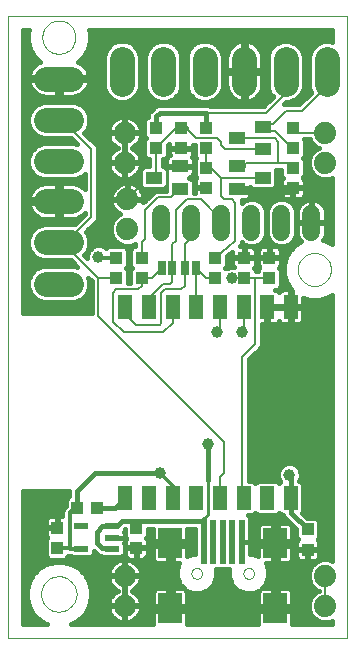
<source format=gtl>
G75*
%MOIN*%
%OFA0B0*%
%FSLAX24Y24*%
%IPPOS*%
%LPD*%
%AMOC8*
5,1,8,0,0,1.08239X$1,22.5*
%
%ADD10C,0.0000*%
%ADD11R,0.0551X0.0394*%
%ADD12R,0.0433X0.0394*%
%ADD13C,0.0840*%
%ADD14R,0.0394X0.0433*%
%ADD15R,0.0472X0.0787*%
%ADD16C,0.0600*%
%ADD17C,0.0740*%
%ADD18R,0.0250X0.0500*%
%ADD19R,0.0472X0.0217*%
%ADD20R,0.0197X0.1496*%
%ADD21R,0.0787X0.0984*%
%ADD22C,0.0160*%
%ADD23C,0.0100*%
%ADD24C,0.0080*%
%ADD25C,0.0357*%
%ADD26C,0.0120*%
%ADD27C,0.0396*%
D10*
X000180Y000380D02*
X011460Y000380D01*
X011460Y021140D01*
X000180Y021140D01*
X000180Y000380D01*
X001269Y001863D02*
X001271Y001911D01*
X001277Y001959D01*
X001287Y002006D01*
X001300Y002052D01*
X001318Y002097D01*
X001338Y002141D01*
X001363Y002183D01*
X001391Y002222D01*
X001421Y002259D01*
X001455Y002293D01*
X001492Y002325D01*
X001530Y002354D01*
X001571Y002379D01*
X001614Y002401D01*
X001659Y002419D01*
X001705Y002433D01*
X001752Y002444D01*
X001800Y002451D01*
X001848Y002454D01*
X001896Y002453D01*
X001944Y002448D01*
X001992Y002439D01*
X002038Y002427D01*
X002083Y002410D01*
X002127Y002390D01*
X002169Y002367D01*
X002209Y002340D01*
X002247Y002310D01*
X002282Y002277D01*
X002314Y002241D01*
X002344Y002203D01*
X002370Y002162D01*
X002392Y002119D01*
X002412Y002075D01*
X002427Y002030D01*
X002439Y001983D01*
X002447Y001935D01*
X002451Y001887D01*
X002451Y001839D01*
X002447Y001791D01*
X002439Y001743D01*
X002427Y001696D01*
X002412Y001651D01*
X002392Y001607D01*
X002370Y001564D01*
X002344Y001523D01*
X002314Y001485D01*
X002282Y001449D01*
X002247Y001416D01*
X002209Y001386D01*
X002169Y001359D01*
X002127Y001336D01*
X002083Y001316D01*
X002038Y001299D01*
X001992Y001287D01*
X001944Y001278D01*
X001896Y001273D01*
X001848Y001272D01*
X001800Y001275D01*
X001752Y001282D01*
X001705Y001293D01*
X001659Y001307D01*
X001614Y001325D01*
X001571Y001347D01*
X001530Y001372D01*
X001492Y001401D01*
X001455Y001433D01*
X001421Y001467D01*
X001391Y001504D01*
X001363Y001543D01*
X001338Y001585D01*
X001318Y001629D01*
X001300Y001674D01*
X001287Y001720D01*
X001277Y001767D01*
X001271Y001815D01*
X001269Y001863D01*
X006277Y002547D02*
X006279Y002573D01*
X006285Y002599D01*
X006295Y002624D01*
X006308Y002647D01*
X006324Y002667D01*
X006344Y002685D01*
X006366Y002700D01*
X006389Y002712D01*
X006415Y002720D01*
X006441Y002724D01*
X006467Y002724D01*
X006493Y002720D01*
X006519Y002712D01*
X006543Y002700D01*
X006564Y002685D01*
X006584Y002667D01*
X006600Y002647D01*
X006613Y002624D01*
X006623Y002599D01*
X006629Y002573D01*
X006631Y002547D01*
X006629Y002521D01*
X006623Y002495D01*
X006613Y002470D01*
X006600Y002447D01*
X006584Y002427D01*
X006564Y002409D01*
X006542Y002394D01*
X006519Y002382D01*
X006493Y002374D01*
X006467Y002370D01*
X006441Y002370D01*
X006415Y002374D01*
X006389Y002382D01*
X006365Y002394D01*
X006344Y002409D01*
X006324Y002427D01*
X006308Y002447D01*
X006295Y002470D01*
X006285Y002495D01*
X006279Y002521D01*
X006277Y002547D01*
X008009Y002547D02*
X008011Y002573D01*
X008017Y002599D01*
X008027Y002624D01*
X008040Y002647D01*
X008056Y002667D01*
X008076Y002685D01*
X008098Y002700D01*
X008121Y002712D01*
X008147Y002720D01*
X008173Y002724D01*
X008199Y002724D01*
X008225Y002720D01*
X008251Y002712D01*
X008275Y002700D01*
X008296Y002685D01*
X008316Y002667D01*
X008332Y002647D01*
X008345Y002624D01*
X008355Y002599D01*
X008361Y002573D01*
X008363Y002547D01*
X008361Y002521D01*
X008355Y002495D01*
X008345Y002470D01*
X008332Y002447D01*
X008316Y002427D01*
X008296Y002409D01*
X008274Y002394D01*
X008251Y002382D01*
X008225Y002374D01*
X008199Y002370D01*
X008173Y002370D01*
X008147Y002374D01*
X008121Y002382D01*
X008097Y002394D01*
X008076Y002409D01*
X008056Y002427D01*
X008040Y002447D01*
X008027Y002470D01*
X008017Y002495D01*
X008011Y002521D01*
X008009Y002547D01*
X009829Y012680D02*
X009831Y012727D01*
X009837Y012773D01*
X009847Y012819D01*
X009860Y012864D01*
X009878Y012907D01*
X009899Y012949D01*
X009923Y012989D01*
X009951Y013026D01*
X009982Y013061D01*
X010016Y013094D01*
X010052Y013123D01*
X010091Y013149D01*
X010132Y013172D01*
X010175Y013191D01*
X010219Y013207D01*
X010264Y013219D01*
X010310Y013227D01*
X010357Y013231D01*
X010403Y013231D01*
X010450Y013227D01*
X010496Y013219D01*
X010541Y013207D01*
X010585Y013191D01*
X010628Y013172D01*
X010669Y013149D01*
X010708Y013123D01*
X010744Y013094D01*
X010778Y013061D01*
X010809Y013026D01*
X010837Y012989D01*
X010861Y012949D01*
X010882Y012907D01*
X010900Y012864D01*
X010913Y012819D01*
X010923Y012773D01*
X010929Y012727D01*
X010931Y012680D01*
X010929Y012633D01*
X010923Y012587D01*
X010913Y012541D01*
X010900Y012496D01*
X010882Y012453D01*
X010861Y012411D01*
X010837Y012371D01*
X010809Y012334D01*
X010778Y012299D01*
X010744Y012266D01*
X010708Y012237D01*
X010669Y012211D01*
X010628Y012188D01*
X010585Y012169D01*
X010541Y012153D01*
X010496Y012141D01*
X010450Y012133D01*
X010403Y012129D01*
X010357Y012129D01*
X010310Y012133D01*
X010264Y012141D01*
X010219Y012153D01*
X010175Y012169D01*
X010132Y012188D01*
X010091Y012211D01*
X010052Y012237D01*
X010016Y012266D01*
X009982Y012299D01*
X009951Y012334D01*
X009923Y012371D01*
X009899Y012411D01*
X009878Y012453D01*
X009860Y012496D01*
X009847Y012541D01*
X009837Y012587D01*
X009831Y012633D01*
X009829Y012680D01*
X001309Y020420D02*
X001311Y020467D01*
X001317Y020513D01*
X001327Y020559D01*
X001340Y020604D01*
X001358Y020647D01*
X001379Y020689D01*
X001403Y020729D01*
X001431Y020766D01*
X001462Y020801D01*
X001496Y020834D01*
X001532Y020863D01*
X001571Y020889D01*
X001612Y020912D01*
X001655Y020931D01*
X001699Y020947D01*
X001744Y020959D01*
X001790Y020967D01*
X001837Y020971D01*
X001883Y020971D01*
X001930Y020967D01*
X001976Y020959D01*
X002021Y020947D01*
X002065Y020931D01*
X002108Y020912D01*
X002149Y020889D01*
X002188Y020863D01*
X002224Y020834D01*
X002258Y020801D01*
X002289Y020766D01*
X002317Y020729D01*
X002341Y020689D01*
X002362Y020647D01*
X002380Y020604D01*
X002393Y020559D01*
X002403Y020513D01*
X002409Y020467D01*
X002411Y020420D01*
X002409Y020373D01*
X002403Y020327D01*
X002393Y020281D01*
X002380Y020236D01*
X002362Y020193D01*
X002341Y020151D01*
X002317Y020111D01*
X002289Y020074D01*
X002258Y020039D01*
X002224Y020006D01*
X002188Y019977D01*
X002149Y019951D01*
X002108Y019928D01*
X002065Y019909D01*
X002021Y019893D01*
X001976Y019881D01*
X001930Y019873D01*
X001883Y019869D01*
X001837Y019869D01*
X001790Y019873D01*
X001744Y019881D01*
X001699Y019893D01*
X001655Y019909D01*
X001612Y019928D01*
X001571Y019951D01*
X001532Y019977D01*
X001496Y020006D01*
X001462Y020039D01*
X001431Y020074D01*
X001403Y020111D01*
X001379Y020151D01*
X001358Y020193D01*
X001340Y020236D01*
X001327Y020281D01*
X001317Y020327D01*
X001311Y020373D01*
X001309Y020420D01*
D11*
X005027Y015740D03*
X005893Y015366D03*
X005893Y016114D03*
X007787Y016114D03*
X007787Y015366D03*
X008653Y015740D03*
X008653Y016686D03*
X008653Y017434D03*
X007787Y017060D03*
D12*
X006780Y016725D03*
X006780Y016075D03*
X006780Y015405D03*
X005940Y016725D03*
X005940Y017395D03*
X006780Y017395D03*
X005100Y017395D03*
X005100Y016725D03*
X004620Y013075D03*
X004620Y012405D03*
X003780Y012405D03*
X003780Y013075D03*
X007080Y013075D03*
X007080Y012405D03*
X008040Y012405D03*
X008040Y013075D03*
X009660Y015405D03*
X009660Y016075D03*
X009660Y016725D03*
X009660Y017395D03*
D13*
X009420Y018860D02*
X009420Y019700D01*
X008042Y019700D02*
X008042Y018860D01*
X006720Y018863D02*
X006720Y019703D01*
X005342Y019703D02*
X005342Y018863D01*
X003964Y018863D02*
X003964Y019703D01*
X002280Y019038D02*
X001440Y019038D01*
X001440Y017660D02*
X002280Y017660D01*
X002280Y016282D02*
X001440Y016282D01*
X001440Y014958D02*
X002280Y014958D01*
X002280Y013580D02*
X001440Y013580D01*
X001440Y012202D02*
X002280Y012202D01*
X010798Y018860D02*
X010798Y019700D01*
D14*
X008880Y013075D03*
X008880Y012405D03*
X004440Y004075D03*
X004440Y003405D03*
X003139Y004714D03*
X002470Y004714D03*
X001800Y004075D03*
X001800Y003405D03*
X010153Y003344D03*
X010153Y004013D03*
D15*
X009593Y005060D03*
X008805Y005060D03*
X008018Y005060D03*
X007230Y005060D03*
X006443Y005060D03*
X005656Y005060D03*
X004868Y005060D03*
X004081Y005060D03*
X004081Y011438D03*
X004868Y011438D03*
X005656Y011438D03*
X006443Y011438D03*
X007230Y011438D03*
X008018Y011438D03*
X008805Y011438D03*
X009593Y011438D03*
D16*
X009280Y013940D02*
X009280Y014540D01*
X008280Y014540D02*
X008280Y013940D01*
X007280Y013940D02*
X007280Y014540D01*
X006280Y014540D02*
X006280Y013940D01*
X005280Y013940D02*
X005280Y014540D01*
X010280Y014540D02*
X010280Y013940D01*
D17*
X010745Y016232D03*
X010745Y017232D03*
X004140Y015020D03*
X004140Y014020D03*
X004052Y016232D03*
X004052Y017232D03*
X004052Y002468D03*
X004052Y001468D03*
X010745Y001468D03*
X010745Y002468D03*
D18*
X006417Y012740D03*
X006063Y012740D03*
X005637Y012740D03*
X005283Y012740D03*
D19*
X003632Y004114D03*
X003632Y003740D03*
X003632Y003366D03*
X002608Y003366D03*
X002608Y004114D03*
D20*
X006690Y003610D03*
X007005Y003610D03*
X007320Y003610D03*
X007635Y003610D03*
X007950Y003610D03*
D21*
X009072Y003551D03*
X009072Y001386D03*
X005568Y001386D03*
X005568Y003551D03*
D22*
X005488Y003550D02*
X004817Y003550D01*
X004817Y003646D02*
X004817Y003424D01*
X004458Y003424D01*
X004458Y003387D01*
X004458Y003009D01*
X004661Y003009D01*
X004706Y003021D01*
X004747Y003045D01*
X004781Y003078D01*
X004805Y003119D01*
X004817Y003165D01*
X004817Y003387D01*
X004458Y003387D01*
X004422Y003387D01*
X004422Y003009D01*
X004219Y003009D01*
X004174Y003021D01*
X004133Y003045D01*
X004099Y003078D01*
X004075Y003119D01*
X004063Y003165D01*
X004063Y003387D01*
X004422Y003387D01*
X004422Y003424D01*
X004063Y003424D01*
X004063Y003646D01*
X004075Y003691D01*
X004099Y003732D01*
X004107Y003740D01*
X004063Y003784D01*
X004063Y004015D01*
X004048Y004000D01*
X004048Y003931D01*
X004035Y003918D01*
X004036Y003918D01*
X004048Y003872D01*
X004048Y003740D01*
X003632Y003740D01*
X003632Y003740D01*
X004048Y003740D01*
X004048Y003608D01*
X004036Y003562D01*
X004035Y003562D01*
X004048Y003549D01*
X004048Y003183D01*
X003943Y003078D01*
X003321Y003078D01*
X003279Y003120D01*
X003248Y003120D01*
X003153Y003160D01*
X003024Y003288D01*
X003024Y003183D01*
X002919Y003078D01*
X002297Y003078D01*
X002249Y003126D01*
X002186Y003126D01*
X002177Y003130D01*
X002177Y003114D01*
X002071Y003009D01*
X001529Y003009D01*
X001423Y003114D01*
X001423Y003696D01*
X001467Y003740D01*
X001459Y003748D01*
X001435Y003789D01*
X001423Y003834D01*
X001423Y004056D01*
X001782Y004056D01*
X001782Y004093D01*
X001782Y004471D01*
X001579Y004471D01*
X001534Y004459D01*
X001493Y004435D01*
X001459Y004402D01*
X001435Y004361D01*
X001423Y004315D01*
X001423Y004093D01*
X001782Y004093D01*
X001818Y004093D01*
X001818Y004471D01*
X001980Y004471D01*
X001980Y004628D01*
X002017Y004716D01*
X002084Y004783D01*
X002093Y004793D01*
X002093Y005005D01*
X002199Y005111D01*
X002200Y005111D01*
X002200Y005300D01*
X000660Y005300D01*
X000660Y000860D01*
X001465Y000860D01*
X001447Y000865D01*
X001203Y001006D01*
X001003Y001205D01*
X000862Y001449D01*
X000789Y001722D01*
X000789Y002003D01*
X000862Y002276D01*
X001003Y002520D01*
X001203Y002719D01*
X001447Y002860D01*
X001719Y002933D01*
X002001Y002933D01*
X002273Y002860D01*
X002517Y002719D01*
X002717Y002520D01*
X002858Y002276D01*
X002931Y002003D01*
X002931Y001722D01*
X002858Y001449D01*
X002717Y001205D01*
X002517Y001006D01*
X002273Y000865D01*
X002255Y000860D01*
X004997Y000860D01*
X004994Y000870D01*
X004994Y001306D01*
X005488Y001306D01*
X005488Y001466D01*
X005488Y002058D01*
X005151Y002058D01*
X005105Y002046D01*
X005064Y002022D01*
X005030Y001988D01*
X005007Y001947D01*
X004994Y001902D01*
X004994Y001466D01*
X005488Y001466D01*
X005648Y001466D01*
X005648Y002058D01*
X005985Y002058D01*
X006024Y002048D01*
X005897Y002175D01*
X005797Y002417D01*
X005797Y002678D01*
X005880Y002879D01*
X005648Y002879D01*
X005648Y003471D01*
X005488Y003471D01*
X005488Y002879D01*
X005151Y002879D01*
X005105Y002891D01*
X005064Y002915D01*
X005030Y002949D01*
X005007Y002990D01*
X004994Y003035D01*
X004994Y003471D01*
X005488Y003471D01*
X005488Y003631D01*
X004994Y003631D01*
X004994Y004020D01*
X004817Y004020D01*
X004817Y003784D01*
X004773Y003740D01*
X004781Y003732D01*
X004805Y003691D01*
X004817Y003646D01*
X004795Y003709D02*
X004994Y003709D01*
X004994Y003867D02*
X004817Y003867D01*
X004994Y003392D02*
X004458Y003392D01*
X004422Y003392D02*
X004048Y003392D01*
X004047Y003550D02*
X004063Y003550D01*
X004048Y003709D02*
X004085Y003709D01*
X004063Y003867D02*
X004048Y003867D01*
X003794Y004114D02*
X003960Y004280D01*
X004380Y004280D01*
X006690Y004280D01*
X006690Y004370D01*
X006412Y004020D02*
X006412Y003204D01*
X006323Y003204D01*
X006142Y003129D01*
X006142Y003471D01*
X005648Y003471D01*
X005648Y003631D01*
X006142Y003631D01*
X006142Y004020D01*
X006412Y004020D01*
X006412Y003867D02*
X006142Y003867D01*
X006142Y003709D02*
X006412Y003709D01*
X006412Y003550D02*
X005648Y003550D01*
X005648Y003392D02*
X005488Y003392D01*
X005488Y003233D02*
X005648Y003233D01*
X005648Y003075D02*
X005488Y003075D01*
X005488Y002916D02*
X005648Y002916D01*
X005797Y002599D02*
X004588Y002599D01*
X004588Y002597D02*
X004562Y002679D01*
X004522Y002756D01*
X004471Y002826D01*
X004410Y002887D01*
X004340Y002938D01*
X004263Y002978D01*
X004181Y003004D01*
X004095Y003018D01*
X004072Y003018D01*
X004072Y002488D01*
X004602Y002488D01*
X004602Y002511D01*
X004588Y002597D01*
X004602Y002448D02*
X004072Y002448D01*
X004072Y002488D01*
X004032Y002488D01*
X004032Y003018D01*
X004009Y003018D01*
X003923Y003004D01*
X003841Y002978D01*
X003764Y002938D01*
X003694Y002887D01*
X003632Y002826D01*
X003581Y002756D01*
X003542Y002679D01*
X003515Y002597D01*
X003502Y002511D01*
X003502Y002488D01*
X004032Y002488D01*
X004032Y002448D01*
X004072Y002448D01*
X004072Y001918D01*
X004072Y001488D01*
X004602Y001488D01*
X004602Y001511D01*
X004588Y001597D01*
X004562Y001679D01*
X004522Y001756D01*
X004471Y001826D01*
X004410Y001887D01*
X004340Y001938D01*
X004282Y001968D01*
X004340Y001997D01*
X004410Y002048D01*
X004471Y002110D01*
X004522Y002180D01*
X004562Y002257D01*
X004588Y002339D01*
X004602Y002425D01*
X004602Y002448D01*
X004602Y002441D02*
X005797Y002441D01*
X005852Y002282D02*
X004570Y002282D01*
X004481Y002124D02*
X005948Y002124D01*
X006112Y001977D02*
X006323Y001890D01*
X006585Y001890D01*
X006826Y001990D01*
X007011Y002175D01*
X007111Y002417D01*
X007111Y002678D01*
X007109Y002682D01*
X007531Y002682D01*
X007529Y002678D01*
X007529Y002417D01*
X007629Y002175D01*
X007814Y001990D01*
X008055Y001890D01*
X008317Y001890D01*
X008528Y001977D01*
X008511Y001947D01*
X008498Y001902D01*
X008498Y001466D01*
X008992Y001466D01*
X008992Y002058D01*
X008655Y002058D01*
X008616Y002048D01*
X008743Y002175D01*
X008843Y002417D01*
X008843Y002678D01*
X008760Y002879D01*
X008992Y002879D01*
X008992Y003471D01*
X009152Y003471D01*
X009152Y002879D01*
X009489Y002879D01*
X009535Y002891D01*
X009576Y002915D01*
X009610Y002949D01*
X009633Y002990D01*
X009646Y003035D01*
X009646Y003471D01*
X009152Y003471D01*
X009152Y003631D01*
X009646Y003631D01*
X009646Y004067D01*
X009633Y004113D01*
X009610Y004154D01*
X009576Y004187D01*
X009535Y004211D01*
X009489Y004223D01*
X009152Y004223D01*
X009152Y003631D01*
X008992Y003631D01*
X008992Y003471D01*
X008498Y003471D01*
X008498Y003129D01*
X008317Y003204D01*
X008228Y003204D01*
X008228Y003610D01*
X007950Y003610D01*
X007950Y003610D01*
X008228Y003610D01*
X008228Y004382D01*
X008216Y004428D01*
X008192Y004469D01*
X008175Y004486D01*
X008329Y004486D01*
X008411Y004569D01*
X008494Y004486D01*
X009116Y004486D01*
X009199Y004569D01*
X009282Y004486D01*
X009347Y004486D01*
X009372Y004426D01*
X009776Y004022D01*
X009776Y003722D01*
X009820Y003678D01*
X009812Y003671D01*
X009788Y003630D01*
X009776Y003584D01*
X009776Y003362D01*
X010134Y003362D01*
X010134Y003325D01*
X009776Y003325D01*
X009776Y003104D01*
X009788Y003058D01*
X009812Y003017D01*
X009846Y002983D01*
X009887Y002960D01*
X009932Y002947D01*
X010134Y002947D01*
X010134Y003325D01*
X010171Y003325D01*
X010171Y002947D01*
X010373Y002947D01*
X010419Y002960D01*
X010460Y002983D01*
X010494Y003017D01*
X010517Y003058D01*
X010530Y003104D01*
X010530Y003325D01*
X010171Y003325D01*
X010171Y003362D01*
X010530Y003362D01*
X010530Y003584D01*
X010517Y003630D01*
X010494Y003671D01*
X010486Y003678D01*
X010530Y003722D01*
X010530Y004304D01*
X010424Y004410D01*
X010124Y004410D01*
X009975Y004558D01*
X010009Y004592D01*
X010009Y005528D01*
X009903Y005634D01*
X009864Y005634D01*
X009918Y005765D01*
X009918Y005915D01*
X009861Y006054D01*
X009754Y006161D01*
X009615Y006218D01*
X009465Y006218D01*
X009326Y006161D01*
X009219Y006054D01*
X009162Y005915D01*
X009162Y005765D01*
X009219Y005626D01*
X009247Y005599D01*
X009199Y005551D01*
X009116Y005634D01*
X008494Y005634D01*
X008411Y005551D01*
X008329Y005634D01*
X008200Y005634D01*
X008200Y009679D01*
X008491Y009970D01*
X008620Y010099D01*
X008620Y010864D01*
X008767Y010864D01*
X008767Y011400D01*
X008843Y011400D01*
X008843Y010864D01*
X009065Y010864D01*
X009111Y010877D01*
X009152Y010900D01*
X009185Y010934D01*
X009199Y010957D01*
X009212Y010934D01*
X009246Y010900D01*
X009287Y010877D01*
X009333Y010864D01*
X009554Y010864D01*
X009554Y011400D01*
X008843Y011400D01*
X008843Y011476D01*
X009221Y011476D01*
X009554Y011476D01*
X009554Y011400D01*
X009631Y011400D01*
X009631Y011476D01*
X010009Y011476D01*
X010009Y011712D01*
X010244Y011649D01*
X010516Y011649D01*
X010778Y011719D01*
X010980Y011836D01*
X010980Y002966D01*
X010854Y003018D01*
X010635Y003018D01*
X010433Y002934D01*
X010278Y002779D01*
X010195Y002577D01*
X010195Y002358D01*
X010278Y002156D01*
X010433Y002002D01*
X010515Y001968D01*
X010433Y001934D01*
X010278Y001779D01*
X010195Y001577D01*
X010195Y001358D01*
X010278Y001156D01*
X010433Y001002D01*
X010635Y000918D01*
X010854Y000918D01*
X010980Y000970D01*
X010980Y000860D01*
X009643Y000860D01*
X009646Y000870D01*
X009646Y001306D01*
X009152Y001306D01*
X009152Y001466D01*
X008992Y001466D01*
X008992Y001306D01*
X008498Y001306D01*
X008498Y000870D01*
X008501Y000860D01*
X006139Y000860D01*
X006142Y000870D01*
X006142Y001306D01*
X005648Y001306D01*
X005648Y001466D01*
X006142Y001466D01*
X006142Y001902D01*
X006129Y001947D01*
X006112Y001977D01*
X006119Y001965D02*
X006142Y001965D01*
X006142Y001807D02*
X008498Y001807D01*
X008498Y001965D02*
X008521Y001965D01*
X008692Y002124D02*
X010311Y002124D01*
X010226Y002282D02*
X008788Y002282D01*
X008843Y002441D02*
X010195Y002441D01*
X010204Y002599D02*
X008843Y002599D01*
X008810Y002758D02*
X010269Y002758D01*
X010415Y002916D02*
X009577Y002916D01*
X009646Y003075D02*
X009784Y003075D01*
X009776Y003233D02*
X009646Y003233D01*
X009646Y003392D02*
X009776Y003392D01*
X009776Y003550D02*
X009152Y003550D01*
X009152Y003392D02*
X008992Y003392D01*
X008992Y003550D02*
X008228Y003550D01*
X008228Y003392D02*
X008498Y003392D01*
X008498Y003233D02*
X008228Y003233D01*
X008228Y003709D02*
X008498Y003709D01*
X008498Y003631D02*
X008992Y003631D01*
X008992Y004223D01*
X008655Y004223D01*
X008609Y004211D01*
X008568Y004187D01*
X008534Y004154D01*
X008511Y004113D01*
X008498Y004067D01*
X008498Y003631D01*
X008498Y003867D02*
X008228Y003867D01*
X008228Y004026D02*
X008498Y004026D01*
X008564Y004184D02*
X008228Y004184D01*
X008228Y004343D02*
X009456Y004343D01*
X009580Y004184D02*
X009614Y004184D01*
X009646Y004026D02*
X009773Y004026D01*
X009776Y003867D02*
X009646Y003867D01*
X009646Y003709D02*
X009790Y003709D01*
X010153Y004013D02*
X009593Y004573D01*
X009593Y005060D01*
X009593Y005787D01*
X009540Y005840D01*
X009251Y006086D02*
X008200Y006086D01*
X008200Y005928D02*
X009167Y005928D01*
X009162Y005769D02*
X008200Y005769D01*
X008352Y005611D02*
X008471Y005611D01*
X008200Y006245D02*
X010980Y006245D01*
X010980Y006403D02*
X008200Y006403D01*
X008200Y006562D02*
X010980Y006562D01*
X010980Y006720D02*
X008200Y006720D01*
X008200Y006879D02*
X010980Y006879D01*
X010980Y007037D02*
X008200Y007037D01*
X008200Y007196D02*
X010980Y007196D01*
X010980Y007354D02*
X008200Y007354D01*
X008200Y007513D02*
X010980Y007513D01*
X010980Y007671D02*
X008200Y007671D01*
X008200Y007830D02*
X010980Y007830D01*
X010980Y007988D02*
X008200Y007988D01*
X008200Y008147D02*
X010980Y008147D01*
X010980Y008305D02*
X008200Y008305D01*
X008200Y008464D02*
X010980Y008464D01*
X010980Y008622D02*
X008200Y008622D01*
X008200Y008781D02*
X010980Y008781D01*
X010980Y008939D02*
X008200Y008939D01*
X008200Y009098D02*
X010980Y009098D01*
X010980Y009256D02*
X008200Y009256D01*
X008200Y009415D02*
X010980Y009415D01*
X010980Y009573D02*
X008200Y009573D01*
X008253Y009732D02*
X010980Y009732D01*
X010980Y009890D02*
X008411Y009890D01*
X008570Y010049D02*
X010980Y010049D01*
X010980Y010207D02*
X008620Y010207D01*
X008620Y010366D02*
X010980Y010366D01*
X010980Y010524D02*
X008620Y010524D01*
X008620Y010683D02*
X010980Y010683D01*
X010980Y010841D02*
X008620Y010841D01*
X008767Y011000D02*
X008843Y011000D01*
X008843Y011158D02*
X008767Y011158D01*
X008767Y011317D02*
X008843Y011317D01*
X008843Y011475D02*
X009554Y011475D01*
X009554Y011476D02*
X009554Y012012D01*
X009333Y012012D01*
X009287Y011999D01*
X009246Y011976D01*
X009212Y011942D01*
X009199Y011919D01*
X009185Y011942D01*
X009152Y011976D01*
X009111Y011999D01*
X009076Y012009D01*
X009151Y012009D01*
X009257Y012114D01*
X009257Y012696D01*
X009213Y012740D01*
X009221Y012748D01*
X009245Y012789D01*
X009257Y012834D01*
X009257Y013056D01*
X008898Y013056D01*
X008898Y013093D01*
X008862Y013093D01*
X008862Y013471D01*
X008659Y013471D01*
X008614Y013459D01*
X008573Y013435D01*
X008539Y013402D01*
X008515Y013361D01*
X008503Y013315D01*
X008503Y013093D01*
X008862Y013093D01*
X008862Y013056D01*
X008503Y013056D01*
X008503Y012834D01*
X008515Y012789D01*
X008539Y012748D01*
X008547Y012740D01*
X008503Y012696D01*
X008503Y012625D01*
X008437Y012625D01*
X008437Y012677D01*
X008373Y012740D01*
X008401Y012767D01*
X008424Y012808D01*
X008437Y012854D01*
X008437Y013056D01*
X008058Y013056D01*
X008058Y013093D01*
X008022Y013093D01*
X008022Y013451D01*
X007888Y013451D01*
X007950Y013502D01*
X007951Y013515D01*
X007960Y013524D01*
X007960Y013581D01*
X008008Y013533D01*
X008185Y013460D01*
X008375Y013460D01*
X008552Y013533D01*
X008687Y013668D01*
X008760Y013845D01*
X008760Y014635D01*
X008687Y014812D01*
X008552Y014947D01*
X008375Y015020D01*
X008185Y015020D01*
X008008Y014947D01*
X007960Y014899D01*
X007960Y014989D01*
X008086Y014989D01*
X008132Y015001D01*
X008173Y015025D01*
X008207Y015059D01*
X008230Y015100D01*
X008243Y015145D01*
X008243Y015348D01*
X007805Y015348D01*
X007805Y015384D01*
X008243Y015384D01*
X008243Y015424D01*
X008303Y015363D01*
X009003Y015363D01*
X009109Y015469D01*
X009109Y016000D01*
X009263Y016000D01*
X009263Y015803D01*
X009327Y015740D01*
X009299Y015713D01*
X009276Y015672D01*
X009263Y015626D01*
X009263Y015424D01*
X009642Y015424D01*
X009642Y015387D01*
X009678Y015387D01*
X009678Y015029D01*
X009900Y015029D01*
X009946Y015041D01*
X009987Y015064D01*
X010021Y015098D01*
X010044Y015139D01*
X010057Y015185D01*
X010057Y015387D01*
X009678Y015387D01*
X009678Y015424D01*
X010057Y015424D01*
X010057Y015626D01*
X010044Y015672D01*
X010021Y015713D01*
X009993Y015740D01*
X010057Y015803D01*
X010057Y016346D01*
X010003Y016400D01*
X010057Y016454D01*
X010057Y016997D01*
X010042Y017012D01*
X010241Y017012D01*
X010278Y016920D01*
X010433Y016765D01*
X010515Y016732D01*
X010433Y016698D01*
X010278Y016543D01*
X010195Y016341D01*
X010195Y016122D01*
X010278Y015920D01*
X010433Y015765D01*
X010635Y015682D01*
X010854Y015682D01*
X010980Y015734D01*
X010980Y013524D01*
X010778Y013641D01*
X010676Y013668D01*
X010691Y013688D01*
X010725Y013756D01*
X010748Y013828D01*
X010760Y013902D01*
X010760Y014220D01*
X010300Y014220D01*
X010300Y014260D01*
X010260Y014260D01*
X010260Y015020D01*
X010242Y015020D01*
X010168Y015008D01*
X010096Y014985D01*
X010028Y014951D01*
X009967Y014906D01*
X009914Y014853D01*
X009869Y014792D01*
X009835Y014724D01*
X009812Y014652D01*
X009800Y014578D01*
X009800Y014260D01*
X010260Y014260D01*
X010260Y014220D01*
X009800Y014220D01*
X009800Y013902D01*
X009812Y013828D01*
X009835Y013756D01*
X009869Y013688D01*
X009914Y013627D01*
X009930Y013611D01*
X009747Y013505D01*
X009555Y013313D01*
X009419Y013078D01*
X009349Y012816D01*
X009349Y012544D01*
X009419Y012282D01*
X009555Y012047D01*
X009631Y011971D01*
X009631Y011476D01*
X009554Y011476D01*
X009631Y011475D02*
X010980Y011475D01*
X010980Y011317D02*
X010009Y011317D01*
X010009Y011400D02*
X009631Y011400D01*
X009631Y010864D01*
X009853Y010864D01*
X009898Y010877D01*
X009939Y010900D01*
X009973Y010934D01*
X009997Y010975D01*
X010009Y011021D01*
X010009Y011400D01*
X010009Y011634D02*
X010980Y011634D01*
X010980Y011792D02*
X010904Y011792D01*
X010980Y011158D02*
X010009Y011158D01*
X010003Y011000D02*
X010980Y011000D01*
X009631Y011000D02*
X009554Y011000D01*
X009554Y011158D02*
X009631Y011158D01*
X009631Y011317D02*
X009554Y011317D01*
X009554Y011634D02*
X009631Y011634D01*
X009631Y011792D02*
X009554Y011792D01*
X009554Y011951D02*
X009631Y011951D01*
X009519Y012109D02*
X009252Y012109D01*
X009257Y012268D02*
X009427Y012268D01*
X009380Y012426D02*
X009257Y012426D01*
X009257Y012585D02*
X009349Y012585D01*
X009349Y012743D02*
X009216Y012743D01*
X009257Y012902D02*
X009372Y012902D01*
X009414Y013060D02*
X008898Y013060D01*
X008898Y013093D02*
X009257Y013093D01*
X009257Y013315D01*
X009245Y013361D01*
X009221Y013402D01*
X009187Y013435D01*
X009146Y013459D01*
X009101Y013471D01*
X008898Y013471D01*
X008898Y013093D01*
X008862Y013060D02*
X008058Y013060D01*
X008058Y013093D02*
X008437Y013093D01*
X008437Y013295D01*
X008424Y013341D01*
X008401Y013382D01*
X008367Y013416D01*
X008326Y013439D01*
X008280Y013451D01*
X008058Y013451D01*
X008058Y013093D01*
X008022Y013093D02*
X008022Y013056D01*
X007643Y013056D01*
X007643Y012854D01*
X007656Y012808D01*
X007679Y012767D01*
X007689Y012758D01*
X007545Y012758D01*
X007439Y012714D01*
X007413Y012740D01*
X007477Y012803D01*
X007477Y013115D01*
X007643Y013251D01*
X007643Y013093D01*
X008022Y013093D01*
X008022Y013060D02*
X007477Y013060D01*
X007477Y012902D02*
X007643Y012902D01*
X007508Y012743D02*
X007416Y012743D01*
X007603Y013219D02*
X007643Y013219D01*
X008022Y013219D02*
X008058Y013219D01*
X008058Y013377D02*
X008022Y013377D01*
X008006Y013536D02*
X007960Y013536D01*
X008403Y013377D02*
X008525Y013377D01*
X008503Y013219D02*
X008437Y013219D01*
X008554Y013536D02*
X009006Y013536D01*
X009008Y013533D02*
X009185Y013460D01*
X009375Y013460D01*
X009552Y013533D01*
X009687Y013668D01*
X009760Y013845D01*
X009760Y014635D01*
X009687Y014812D01*
X009552Y014947D01*
X009375Y015020D01*
X009185Y015020D01*
X009008Y014947D01*
X008873Y014812D01*
X008800Y014635D01*
X008800Y013845D01*
X008873Y013668D01*
X009008Y013533D01*
X008898Y013377D02*
X008862Y013377D01*
X008862Y013219D02*
X008898Y013219D01*
X008862Y013694D02*
X008698Y013694D01*
X008760Y013853D02*
X008800Y013853D01*
X008800Y014011D02*
X008760Y014011D01*
X008760Y014170D02*
X008800Y014170D01*
X008800Y014328D02*
X008760Y014328D01*
X008760Y014487D02*
X008800Y014487D01*
X008804Y014645D02*
X008756Y014645D01*
X008690Y014804D02*
X008870Y014804D01*
X009045Y014962D02*
X008515Y014962D01*
X008236Y015121D02*
X009286Y015121D01*
X009276Y015139D02*
X009299Y015098D01*
X009333Y015064D01*
X009374Y015041D01*
X009420Y015029D01*
X009642Y015029D01*
X009642Y015387D01*
X009263Y015387D01*
X009263Y015185D01*
X009276Y015139D01*
X009263Y015279D02*
X008243Y015279D01*
X008045Y014962D02*
X007960Y014962D01*
X007980Y015260D02*
X007980Y015366D01*
X007787Y015366D01*
X007893Y015260D01*
X007980Y015260D02*
X009660Y015260D01*
X009660Y015405D01*
X009642Y015279D02*
X009678Y015279D01*
X009678Y015121D02*
X009642Y015121D01*
X009515Y014962D02*
X010051Y014962D01*
X010034Y015121D02*
X010980Y015121D01*
X010980Y015279D02*
X010057Y015279D01*
X010057Y015438D02*
X010980Y015438D01*
X010980Y015596D02*
X010057Y015596D01*
X010008Y015755D02*
X010459Y015755D01*
X010286Y015913D02*
X010057Y015913D01*
X010057Y016072D02*
X010216Y016072D01*
X010195Y016230D02*
X010057Y016230D01*
X010014Y016389D02*
X010214Y016389D01*
X010282Y016547D02*
X010057Y016547D01*
X010057Y016706D02*
X010452Y016706D01*
X010335Y016864D02*
X010057Y016864D01*
X009660Y016725D02*
X009635Y016700D01*
X009540Y016700D01*
X009540Y016820D01*
X009263Y015913D02*
X009109Y015913D01*
X009109Y015755D02*
X009312Y015755D01*
X009263Y015596D02*
X009109Y015596D01*
X009078Y015438D02*
X009263Y015438D01*
X009690Y014804D02*
X009878Y014804D01*
X009811Y014645D02*
X009756Y014645D01*
X009760Y014487D02*
X009800Y014487D01*
X009800Y014328D02*
X009760Y014328D01*
X009760Y014170D02*
X009800Y014170D01*
X009800Y014011D02*
X009760Y014011D01*
X009760Y013853D02*
X009808Y013853D01*
X009867Y013694D02*
X009698Y013694D01*
X009799Y013536D02*
X009554Y013536D01*
X009619Y013377D02*
X009235Y013377D01*
X009257Y013219D02*
X009500Y013219D01*
X009221Y011951D02*
X009177Y011951D01*
X008544Y012743D02*
X008376Y012743D01*
X008437Y012902D02*
X008503Y012902D01*
X010300Y014260D02*
X010300Y015020D01*
X010318Y015020D01*
X010392Y015008D01*
X010464Y014985D01*
X010532Y014951D01*
X010593Y014906D01*
X010646Y014853D01*
X010691Y014792D01*
X010725Y014724D01*
X010748Y014652D01*
X010760Y014578D01*
X010760Y014260D01*
X010300Y014260D01*
X010300Y014328D02*
X010260Y014328D01*
X010260Y014487D02*
X010300Y014487D01*
X010300Y014645D02*
X010260Y014645D01*
X010260Y014804D02*
X010300Y014804D01*
X010300Y014962D02*
X010260Y014962D01*
X010509Y014962D02*
X010980Y014962D01*
X010980Y014804D02*
X010682Y014804D01*
X010749Y014645D02*
X010980Y014645D01*
X010980Y014487D02*
X010760Y014487D01*
X010760Y014328D02*
X010980Y014328D01*
X010980Y014170D02*
X010760Y014170D01*
X010760Y014011D02*
X010980Y014011D01*
X010980Y013853D02*
X010752Y013853D01*
X010693Y013694D02*
X010980Y013694D01*
X010980Y013536D02*
X010961Y013536D01*
X008806Y017434D02*
X008653Y017434D01*
X008667Y017420D01*
X008672Y018120D02*
X006928Y018120D01*
X006927Y018120D01*
X006832Y018160D01*
X005168Y018160D01*
X005073Y018120D01*
X004953Y018000D01*
X004880Y017927D01*
X004840Y017832D01*
X004840Y017771D01*
X004809Y017771D01*
X004703Y017666D01*
X004703Y017123D01*
X004767Y017060D01*
X004703Y016997D01*
X004703Y016454D01*
X004809Y016349D01*
X004880Y016349D01*
X004880Y016117D01*
X004677Y016117D01*
X004571Y016011D01*
X004571Y015469D01*
X004677Y015363D01*
X005377Y015363D01*
X005437Y015424D01*
X005437Y015300D01*
X005069Y015300D01*
X004940Y015171D01*
X004680Y014911D01*
X004690Y014977D01*
X004690Y015000D01*
X004160Y015000D01*
X004160Y015040D01*
X004120Y015040D01*
X004120Y015570D01*
X004097Y015570D01*
X004011Y015556D01*
X003929Y015530D01*
X003852Y015490D01*
X003782Y015440D01*
X003720Y015378D01*
X003670Y015308D01*
X003630Y015231D01*
X003604Y015149D01*
X003590Y015063D01*
X003590Y015040D01*
X004120Y015040D01*
X004120Y015000D01*
X003590Y015000D01*
X003590Y014977D01*
X003604Y014891D01*
X003630Y014809D01*
X003670Y014732D01*
X003720Y014662D01*
X003782Y014600D01*
X003852Y014550D01*
X003910Y014520D01*
X003828Y014486D01*
X003674Y014332D01*
X003590Y014129D01*
X003590Y013911D01*
X003674Y013708D01*
X003828Y013554D01*
X004031Y013470D01*
X004249Y013470D01*
X004400Y013532D01*
X004400Y013451D01*
X004329Y013451D01*
X004223Y013346D01*
X004223Y012803D01*
X004287Y012740D01*
X004223Y012677D01*
X004223Y012240D01*
X004177Y012240D01*
X004177Y012677D01*
X004113Y012740D01*
X004177Y012803D01*
X004177Y013346D01*
X004071Y013451D01*
X003489Y013451D01*
X003426Y013389D01*
X003394Y013421D01*
X003255Y013478D01*
X003105Y013478D01*
X002966Y013421D01*
X002859Y013314D01*
X002802Y013175D01*
X002802Y013069D01*
X002710Y013161D01*
X002789Y013240D01*
X002880Y013461D01*
X002880Y013699D01*
X002789Y013920D01*
X002770Y013939D01*
X003160Y014329D01*
X003160Y016791D01*
X002710Y017241D01*
X002789Y017320D01*
X002880Y017541D01*
X002880Y017779D01*
X002789Y018000D01*
X002620Y018169D01*
X002399Y018260D01*
X001321Y018260D01*
X001100Y018169D01*
X000931Y018000D01*
X000840Y017779D01*
X000840Y017541D01*
X000931Y017320D01*
X001100Y017151D01*
X001321Y017060D01*
X002269Y017060D01*
X002480Y016848D01*
X002399Y016882D01*
X001321Y016882D01*
X001100Y016791D01*
X000931Y016622D01*
X000840Y016401D01*
X000840Y016163D01*
X000931Y015942D01*
X001100Y015773D01*
X001321Y015682D01*
X002399Y015682D01*
X002620Y015773D01*
X002720Y015874D01*
X002720Y015366D01*
X002671Y015416D01*
X002594Y015471D01*
X002510Y015514D01*
X002420Y015543D01*
X002327Y015558D01*
X001920Y015558D01*
X001920Y015018D01*
X001800Y015018D01*
X001800Y015558D01*
X001393Y015558D01*
X001299Y015543D01*
X001210Y015514D01*
X001126Y015471D01*
X001049Y015416D01*
X000982Y015349D01*
X000927Y015272D01*
X000884Y015188D01*
X000855Y015098D01*
X000842Y015018D01*
X001800Y015018D01*
X001800Y014898D01*
X000842Y014898D01*
X000855Y014817D01*
X000884Y014728D01*
X000927Y014643D01*
X000982Y014567D01*
X001049Y014500D01*
X001126Y014445D01*
X001210Y014402D01*
X001299Y014373D01*
X001393Y014358D01*
X001800Y014358D01*
X001800Y014898D01*
X001920Y014898D01*
X001920Y014358D01*
X002327Y014358D01*
X002420Y014373D01*
X002510Y014402D01*
X002594Y014445D01*
X002671Y014500D01*
X002720Y014549D01*
X002720Y014511D01*
X002389Y014180D01*
X001321Y014180D01*
X001100Y014089D01*
X000931Y013920D01*
X000840Y013699D01*
X000840Y013461D01*
X000931Y013240D01*
X001100Y013071D01*
X001321Y012980D01*
X002269Y012980D01*
X002480Y012768D01*
X002399Y012802D01*
X001321Y012802D01*
X001100Y012711D01*
X000931Y012542D01*
X000840Y012321D01*
X000840Y012083D01*
X000931Y011862D01*
X001100Y011693D01*
X001321Y011602D01*
X002399Y011602D01*
X002620Y011693D01*
X002789Y011862D01*
X002880Y012083D01*
X002880Y012321D01*
X002846Y012402D01*
X002960Y012289D01*
X002960Y011240D01*
X000660Y011240D01*
X000660Y020660D01*
X000857Y020660D01*
X000829Y020556D01*
X000829Y020284D01*
X000899Y020022D01*
X001035Y019787D01*
X001223Y019598D01*
X001210Y019594D01*
X001126Y019551D01*
X001049Y019496D01*
X000982Y019429D01*
X000927Y019352D01*
X000884Y019268D01*
X000855Y019178D01*
X000842Y019098D01*
X001800Y019098D01*
X001800Y018978D01*
X000842Y018978D01*
X000855Y018897D01*
X000884Y018808D01*
X000927Y018723D01*
X000982Y018647D01*
X001049Y018580D01*
X001126Y018525D01*
X001210Y018482D01*
X001299Y018453D01*
X001393Y018438D01*
X001800Y018438D01*
X001800Y018978D01*
X001920Y018978D01*
X001920Y019098D01*
X002878Y019098D01*
X002865Y019178D01*
X002836Y019268D01*
X002793Y019352D01*
X002738Y019429D01*
X002671Y019496D01*
X002594Y019551D01*
X002510Y019594D01*
X002497Y019598D01*
X002685Y019787D01*
X002821Y020022D01*
X002891Y020284D01*
X002891Y020556D01*
X002863Y020660D01*
X010980Y020660D01*
X010980Y020274D01*
X010917Y020300D01*
X010679Y020300D01*
X010458Y020209D01*
X010289Y020040D01*
X010198Y019819D01*
X010198Y018741D01*
X010266Y018577D01*
X009869Y018180D01*
X009355Y018180D01*
X009435Y018260D01*
X009539Y018260D01*
X009760Y018351D01*
X009929Y018520D01*
X010020Y018741D01*
X010020Y019819D01*
X009929Y020040D01*
X009760Y020209D01*
X009539Y020300D01*
X009301Y020300D01*
X009080Y020209D01*
X008911Y020040D01*
X008820Y019819D01*
X008820Y018741D01*
X008911Y018520D01*
X008992Y018439D01*
X008672Y018120D01*
X008685Y018132D02*
X006899Y018132D01*
X006840Y018263D02*
X007060Y018354D01*
X007229Y018523D01*
X007320Y018743D01*
X007320Y019822D01*
X007229Y020043D01*
X007060Y020211D01*
X006840Y020303D01*
X006601Y020303D01*
X006380Y020211D01*
X006212Y020043D01*
X006120Y019822D01*
X006120Y018743D01*
X006212Y018523D01*
X006380Y018354D01*
X006601Y018263D01*
X006840Y018263D01*
X006906Y018291D02*
X007853Y018291D01*
X007812Y018304D02*
X007902Y018275D01*
X007982Y018262D01*
X007982Y019220D01*
X007442Y019220D01*
X007442Y018813D01*
X007457Y018719D01*
X007486Y018630D01*
X007529Y018546D01*
X007584Y018469D01*
X007651Y018402D01*
X007728Y018347D01*
X007812Y018304D01*
X007982Y018291D02*
X008102Y018291D01*
X008102Y018262D02*
X008183Y018275D01*
X008272Y018304D01*
X008357Y018347D01*
X008433Y018402D01*
X008500Y018469D01*
X008555Y018546D01*
X008598Y018630D01*
X008627Y018719D01*
X008642Y018813D01*
X008642Y019220D01*
X008102Y019220D01*
X008102Y018262D01*
X008231Y018291D02*
X008843Y018291D01*
X008982Y018449D02*
X008480Y018449D01*
X008587Y018608D02*
X008875Y018608D01*
X008820Y018766D02*
X008635Y018766D01*
X008642Y018925D02*
X008820Y018925D01*
X008820Y019083D02*
X008642Y019083D01*
X008820Y019242D02*
X008102Y019242D01*
X008102Y019220D02*
X008102Y019340D01*
X007982Y019340D01*
X007982Y019220D01*
X008102Y019220D01*
X008102Y019340D02*
X008642Y019340D01*
X008642Y019747D01*
X008627Y019840D01*
X008598Y019930D01*
X008555Y020014D01*
X008500Y020091D01*
X008433Y020158D01*
X008357Y020213D01*
X008272Y020256D01*
X008183Y020285D01*
X008102Y020298D01*
X008102Y019340D01*
X008102Y019400D02*
X007982Y019400D01*
X007982Y019340D02*
X007982Y020298D01*
X007902Y020285D01*
X007812Y020256D01*
X007728Y020213D01*
X007651Y020158D01*
X007584Y020091D01*
X007529Y020014D01*
X007486Y019930D01*
X007457Y019840D01*
X007442Y019747D01*
X007442Y019340D01*
X007982Y019340D01*
X007982Y019242D02*
X007320Y019242D01*
X007320Y019400D02*
X007442Y019400D01*
X007442Y019559D02*
X007320Y019559D01*
X007320Y019717D02*
X007442Y019717D01*
X007468Y019876D02*
X007298Y019876D01*
X007232Y020034D02*
X007543Y020034D01*
X007699Y020193D02*
X007079Y020193D01*
X007320Y019083D02*
X007442Y019083D01*
X007442Y018925D02*
X007320Y018925D01*
X007320Y018766D02*
X007449Y018766D01*
X007497Y018608D02*
X007264Y018608D01*
X007155Y018449D02*
X007604Y018449D01*
X007982Y018449D02*
X008102Y018449D01*
X008102Y018608D02*
X007982Y018608D01*
X007982Y018766D02*
X008102Y018766D01*
X008102Y018925D02*
X007982Y018925D01*
X007982Y019083D02*
X008102Y019083D01*
X008102Y019559D02*
X007982Y019559D01*
X007982Y019717D02*
X008102Y019717D01*
X008102Y019876D02*
X007982Y019876D01*
X007982Y020034D02*
X008102Y020034D01*
X008102Y020193D02*
X007982Y020193D01*
X008385Y020193D02*
X009064Y020193D01*
X008909Y020034D02*
X008541Y020034D01*
X008616Y019876D02*
X008843Y019876D01*
X008820Y019717D02*
X008642Y019717D01*
X008642Y019559D02*
X008820Y019559D01*
X008820Y019400D02*
X008642Y019400D01*
X009613Y018291D02*
X009979Y018291D01*
X009858Y018449D02*
X010138Y018449D01*
X010253Y018608D02*
X009965Y018608D01*
X010020Y018766D02*
X010198Y018766D01*
X010198Y018925D02*
X010020Y018925D01*
X010020Y019083D02*
X010198Y019083D01*
X010198Y019242D02*
X010020Y019242D01*
X010020Y019400D02*
X010198Y019400D01*
X010198Y019559D02*
X010020Y019559D01*
X010020Y019717D02*
X010198Y019717D01*
X010221Y019876D02*
X009997Y019876D01*
X009931Y020034D02*
X010287Y020034D01*
X010442Y020193D02*
X009776Y020193D01*
X010980Y020351D02*
X002891Y020351D01*
X002891Y020510D02*
X010980Y020510D01*
X007994Y016114D02*
X007787Y016114D01*
X007799Y017048D02*
X007810Y017060D01*
X007799Y017048D02*
X007787Y017060D01*
X006780Y017395D02*
X006780Y017900D01*
X005220Y017900D01*
X005100Y017780D01*
X005100Y017395D01*
X004840Y017815D02*
X002865Y017815D01*
X002880Y017657D02*
X003701Y017657D01*
X003694Y017651D02*
X003632Y017590D01*
X003581Y017520D01*
X003542Y017443D01*
X003515Y017360D01*
X003502Y017275D01*
X003502Y017252D01*
X004032Y017252D01*
X004032Y017782D01*
X004009Y017782D01*
X003923Y017768D01*
X003841Y017741D01*
X003764Y017702D01*
X003694Y017651D01*
X003570Y017498D02*
X002862Y017498D01*
X002797Y017340D02*
X003512Y017340D01*
X003502Y017212D02*
X003502Y017188D01*
X003515Y017103D01*
X003542Y017021D01*
X003581Y016943D01*
X003632Y016873D01*
X003694Y016812D01*
X003764Y016761D01*
X003822Y016732D01*
X003764Y016702D01*
X003694Y016651D01*
X003632Y016590D01*
X003581Y016520D01*
X003542Y016443D01*
X003515Y016360D01*
X003502Y016275D01*
X003502Y016252D01*
X004032Y016252D01*
X004032Y017212D01*
X003502Y017212D01*
X003503Y017181D02*
X002770Y017181D01*
X002929Y017023D02*
X003541Y017023D01*
X003642Y016864D02*
X003087Y016864D01*
X003160Y016706D02*
X003770Y016706D01*
X003601Y016547D02*
X003160Y016547D01*
X003160Y016389D02*
X003524Y016389D01*
X003502Y016212D02*
X003502Y016188D01*
X003515Y016103D01*
X003542Y016021D01*
X003581Y015943D01*
X003632Y015873D01*
X003694Y015812D01*
X003764Y015761D01*
X003841Y015722D01*
X003923Y015695D01*
X004009Y015682D01*
X004032Y015682D01*
X004032Y016212D01*
X003502Y016212D01*
X003526Y016072D02*
X003160Y016072D01*
X003160Y016230D02*
X004032Y016230D01*
X004032Y016212D02*
X004032Y016252D01*
X004072Y016252D01*
X004072Y016682D01*
X004072Y017212D01*
X004072Y017252D01*
X004032Y017252D01*
X004032Y017212D01*
X004072Y017212D01*
X004602Y017212D01*
X004602Y017188D01*
X004588Y017103D01*
X004562Y017021D01*
X004522Y016943D01*
X004471Y016873D01*
X004410Y016812D01*
X004340Y016761D01*
X004282Y016732D01*
X004340Y016702D01*
X004410Y016651D01*
X004471Y016590D01*
X004522Y016520D01*
X004562Y016443D01*
X004588Y016360D01*
X004602Y016275D01*
X004602Y016252D01*
X004072Y016252D01*
X004072Y016212D01*
X004602Y016212D01*
X004602Y016188D01*
X004588Y016103D01*
X004562Y016021D01*
X004522Y015943D01*
X004471Y015873D01*
X004410Y015812D01*
X004340Y015761D01*
X004263Y015722D01*
X004181Y015695D01*
X004095Y015682D01*
X004072Y015682D01*
X004072Y016212D01*
X004032Y016212D01*
X004072Y016230D02*
X004880Y016230D01*
X004769Y016389D02*
X004579Y016389D01*
X004503Y016547D02*
X004703Y016547D01*
X004703Y016706D02*
X004333Y016706D01*
X004462Y016864D02*
X004703Y016864D01*
X004729Y017023D02*
X004562Y017023D01*
X004601Y017181D02*
X004703Y017181D01*
X004602Y017252D02*
X004602Y017275D01*
X004588Y017360D01*
X004562Y017443D01*
X004522Y017520D01*
X004471Y017590D01*
X004410Y017651D01*
X004340Y017702D01*
X004263Y017741D01*
X004181Y017768D01*
X004095Y017782D01*
X004072Y017782D01*
X004072Y017252D01*
X004602Y017252D01*
X004592Y017340D02*
X004703Y017340D01*
X004703Y017498D02*
X004533Y017498D01*
X004403Y017657D02*
X004703Y017657D01*
X004926Y017974D02*
X002800Y017974D01*
X002656Y018132D02*
X005101Y018132D01*
X005156Y018291D02*
X004150Y018291D01*
X004084Y018263D02*
X004304Y018354D01*
X004473Y018523D01*
X004564Y018743D01*
X004564Y019822D01*
X004473Y020043D01*
X004304Y020211D01*
X004084Y020303D01*
X003845Y020303D01*
X003624Y020211D01*
X003456Y020043D01*
X003364Y019822D01*
X003364Y018743D01*
X003456Y018523D01*
X003624Y018354D01*
X003845Y018263D01*
X004084Y018263D01*
X004399Y018449D02*
X004907Y018449D01*
X004834Y018523D02*
X005002Y018354D01*
X005223Y018263D01*
X005462Y018263D01*
X005682Y018354D01*
X005851Y018523D01*
X005942Y018743D01*
X005942Y019822D01*
X005851Y020043D01*
X005682Y020211D01*
X005462Y020303D01*
X005223Y020303D01*
X005002Y020211D01*
X004834Y020043D01*
X004742Y019822D01*
X004742Y018743D01*
X004834Y018523D01*
X004799Y018608D02*
X004508Y018608D01*
X004564Y018766D02*
X004742Y018766D01*
X004742Y018925D02*
X004564Y018925D01*
X004564Y019083D02*
X004742Y019083D01*
X004742Y019242D02*
X004564Y019242D01*
X004564Y019400D02*
X004742Y019400D01*
X004742Y019559D02*
X004564Y019559D01*
X004564Y019717D02*
X004742Y019717D01*
X004764Y019876D02*
X004542Y019876D01*
X004477Y020034D02*
X004830Y020034D01*
X004983Y020193D02*
X004323Y020193D01*
X003605Y020193D02*
X002867Y020193D01*
X002824Y020034D02*
X003452Y020034D01*
X003386Y019876D02*
X002736Y019876D01*
X002615Y019717D02*
X003364Y019717D01*
X003364Y019559D02*
X002580Y019559D01*
X002759Y019400D02*
X003364Y019400D01*
X003364Y019242D02*
X002845Y019242D01*
X002878Y018978D02*
X001920Y018978D01*
X001920Y018438D01*
X002327Y018438D01*
X002420Y018453D01*
X002510Y018482D01*
X002594Y018525D01*
X002671Y018580D01*
X002738Y018647D01*
X002793Y018723D01*
X002836Y018808D01*
X002865Y018897D01*
X002878Y018978D01*
X002870Y018925D02*
X003364Y018925D01*
X003364Y019083D02*
X001920Y019083D01*
X001800Y019083D02*
X000660Y019083D01*
X000660Y018925D02*
X000850Y018925D01*
X000905Y018766D02*
X000660Y018766D01*
X000660Y018608D02*
X001022Y018608D01*
X001064Y018132D02*
X000660Y018132D01*
X000660Y017974D02*
X000920Y017974D01*
X000855Y017815D02*
X000660Y017815D01*
X000660Y017657D02*
X000840Y017657D01*
X000858Y017498D02*
X000660Y017498D01*
X000660Y017340D02*
X000923Y017340D01*
X001070Y017181D02*
X000660Y017181D01*
X000660Y017023D02*
X002306Y017023D01*
X002443Y016864D02*
X002465Y016864D01*
X002574Y015755D02*
X002720Y015755D01*
X002720Y015596D02*
X000660Y015596D01*
X000660Y015438D02*
X001079Y015438D01*
X000932Y015279D02*
X000660Y015279D01*
X000660Y015121D02*
X000862Y015121D01*
X000859Y014804D02*
X000660Y014804D01*
X000660Y014962D02*
X001800Y014962D01*
X001800Y014804D02*
X001920Y014804D01*
X001920Y014645D02*
X001800Y014645D01*
X001800Y014487D02*
X001920Y014487D01*
X001920Y015121D02*
X001800Y015121D01*
X001800Y015279D02*
X001920Y015279D01*
X001920Y015438D02*
X001800Y015438D01*
X001146Y015755D02*
X000660Y015755D01*
X000660Y015913D02*
X000960Y015913D01*
X000878Y016072D02*
X000660Y016072D01*
X000660Y016230D02*
X000840Y016230D01*
X000840Y016389D02*
X000660Y016389D01*
X000660Y016547D02*
X000900Y016547D01*
X001015Y016706D02*
X000660Y016706D01*
X000660Y016864D02*
X001277Y016864D01*
X000660Y018291D02*
X003778Y018291D01*
X003530Y018449D02*
X002397Y018449D01*
X002698Y018608D02*
X003421Y018608D01*
X003364Y018766D02*
X002815Y018766D01*
X001920Y018766D02*
X001800Y018766D01*
X001800Y018608D02*
X001920Y018608D01*
X001920Y018449D02*
X001800Y018449D01*
X001800Y018925D02*
X001920Y018925D01*
X001323Y018449D02*
X000660Y018449D01*
X000660Y019242D02*
X000875Y019242D01*
X000961Y019400D02*
X000660Y019400D01*
X000660Y019559D02*
X001140Y019559D01*
X001105Y019717D02*
X000660Y019717D01*
X000660Y019876D02*
X000984Y019876D01*
X000896Y020034D02*
X000660Y020034D01*
X000660Y020193D02*
X000853Y020193D01*
X000829Y020351D02*
X000660Y020351D01*
X000660Y020510D02*
X000829Y020510D01*
X003160Y015913D02*
X003603Y015913D01*
X003777Y015755D02*
X003160Y015755D01*
X003160Y015596D02*
X004571Y015596D01*
X004571Y015755D02*
X004327Y015755D01*
X004269Y015556D02*
X004183Y015570D01*
X004160Y015570D01*
X004160Y015040D01*
X004690Y015040D01*
X004690Y015063D01*
X004676Y015149D01*
X004650Y015231D01*
X004610Y015308D01*
X004560Y015378D01*
X004498Y015440D01*
X004428Y015490D01*
X004351Y015530D01*
X004269Y015556D01*
X004160Y015438D02*
X004120Y015438D01*
X004120Y015279D02*
X004160Y015279D01*
X004160Y015121D02*
X004120Y015121D01*
X003780Y015438D02*
X003160Y015438D01*
X003160Y015279D02*
X003655Y015279D01*
X003599Y015121D02*
X003160Y015121D01*
X003160Y014962D02*
X003592Y014962D01*
X003633Y014804D02*
X003160Y014804D01*
X003160Y014645D02*
X003737Y014645D01*
X003829Y014487D02*
X003160Y014487D01*
X003159Y014328D02*
X003672Y014328D01*
X003607Y014170D02*
X003001Y014170D01*
X002842Y014011D02*
X003590Y014011D01*
X003614Y013853D02*
X002817Y013853D01*
X002880Y013694D02*
X003688Y013694D01*
X003872Y013536D02*
X002880Y013536D01*
X002845Y013377D02*
X002922Y013377D01*
X002820Y013219D02*
X002767Y013219D01*
X002347Y012902D02*
X000660Y012902D01*
X000660Y013060D02*
X001127Y013060D01*
X000953Y013219D02*
X000660Y013219D01*
X000660Y013377D02*
X000875Y013377D01*
X000840Y013536D02*
X000660Y013536D01*
X000660Y013694D02*
X000840Y013694D01*
X000903Y013853D02*
X000660Y013853D01*
X000660Y014011D02*
X001022Y014011D01*
X001068Y014487D02*
X000660Y014487D01*
X000660Y014645D02*
X000926Y014645D01*
X000660Y014328D02*
X002537Y014328D01*
X002652Y014487D02*
X002695Y014487D01*
X002720Y015438D02*
X002641Y015438D01*
X001295Y014170D02*
X000660Y014170D01*
X000660Y012743D02*
X001178Y012743D01*
X000974Y012585D02*
X000660Y012585D01*
X000660Y012426D02*
X000883Y012426D01*
X000840Y012268D02*
X000660Y012268D01*
X000660Y012109D02*
X000840Y012109D01*
X000895Y011951D02*
X000660Y011951D01*
X000660Y011792D02*
X001002Y011792D01*
X001245Y011634D02*
X000660Y011634D01*
X000660Y011475D02*
X002960Y011475D01*
X002960Y011317D02*
X000660Y011317D01*
X002475Y011634D02*
X002960Y011634D01*
X002960Y011792D02*
X002718Y011792D01*
X002825Y011951D02*
X002960Y011951D01*
X002960Y012109D02*
X002880Y012109D01*
X002880Y012268D02*
X002960Y012268D01*
X004177Y012268D02*
X004223Y012268D01*
X004223Y012426D02*
X004177Y012426D01*
X004177Y012585D02*
X004223Y012585D01*
X004284Y012743D02*
X004116Y012743D01*
X004177Y012902D02*
X004223Y012902D01*
X004223Y013060D02*
X004177Y013060D01*
X004177Y013219D02*
X004223Y013219D01*
X004254Y013377D02*
X004146Y013377D01*
X004688Y014962D02*
X004731Y014962D01*
X004681Y015121D02*
X004889Y015121D01*
X005048Y015279D02*
X004625Y015279D01*
X004602Y015438D02*
X004500Y015438D01*
X004500Y015913D02*
X004571Y015913D01*
X004578Y016072D02*
X004631Y016072D01*
X005100Y016700D02*
X005100Y016725D01*
X005320Y016349D02*
X005391Y016349D01*
X005497Y016454D01*
X005497Y016811D01*
X005543Y016858D01*
X005543Y016744D01*
X005922Y016744D01*
X005922Y016707D01*
X005543Y016707D01*
X005543Y016505D01*
X005550Y016479D01*
X005548Y016479D01*
X005507Y016455D01*
X005473Y016421D01*
X005450Y016380D01*
X005437Y016335D01*
X005437Y016132D01*
X005875Y016132D01*
X005875Y016096D01*
X005437Y016096D01*
X005437Y016056D01*
X005377Y016117D01*
X005320Y016117D01*
X005320Y016349D01*
X005431Y016389D02*
X005454Y016389D01*
X005437Y016230D02*
X005320Y016230D01*
X005422Y016072D02*
X005437Y016072D01*
X005497Y016547D02*
X005543Y016547D01*
X005543Y016706D02*
X005497Y016706D01*
X005912Y016132D02*
X006349Y016132D01*
X006349Y016335D01*
X006336Y016380D01*
X006313Y016421D01*
X006306Y016428D01*
X006324Y016459D01*
X006337Y016505D01*
X006337Y016707D01*
X005958Y016707D01*
X005958Y016744D01*
X006337Y016744D01*
X006337Y016840D01*
X006383Y016840D01*
X006383Y016454D01*
X006437Y016400D01*
X006383Y016346D01*
X006383Y015803D01*
X006447Y015740D01*
X006419Y015713D01*
X006396Y015672D01*
X006383Y015626D01*
X006383Y015424D01*
X006762Y015424D01*
X006762Y015387D01*
X006383Y015387D01*
X006383Y015240D01*
X006349Y015240D01*
X006349Y015637D01*
X006243Y015743D01*
X006214Y015743D01*
X006238Y015749D01*
X006279Y015773D01*
X006313Y015807D01*
X006336Y015848D01*
X006349Y015893D01*
X006349Y016096D01*
X005912Y016096D01*
X005912Y016132D01*
X006247Y015755D02*
X006432Y015755D01*
X006383Y015913D02*
X006349Y015913D01*
X006349Y016072D02*
X006383Y016072D01*
X006383Y016230D02*
X006349Y016230D01*
X006332Y016389D02*
X006426Y016389D01*
X006383Y016547D02*
X006337Y016547D01*
X006337Y016706D02*
X006383Y016706D01*
X006085Y017395D02*
X005940Y017395D01*
X005528Y018291D02*
X006534Y018291D01*
X006285Y018449D02*
X005777Y018449D01*
X005886Y018608D02*
X006176Y018608D01*
X006120Y018766D02*
X005942Y018766D01*
X005942Y018925D02*
X006120Y018925D01*
X006120Y019083D02*
X005942Y019083D01*
X005942Y019242D02*
X006120Y019242D01*
X006120Y019400D02*
X005942Y019400D01*
X005942Y019559D02*
X006120Y019559D01*
X006120Y019717D02*
X005942Y019717D01*
X005920Y019876D02*
X006142Y019876D01*
X006208Y020034D02*
X005854Y020034D01*
X005701Y020193D02*
X006361Y020193D01*
X004072Y017657D02*
X004032Y017657D01*
X004032Y017498D02*
X004072Y017498D01*
X004072Y017340D02*
X004032Y017340D01*
X004032Y017181D02*
X004072Y017181D01*
X004072Y017023D02*
X004032Y017023D01*
X004032Y016864D02*
X004072Y016864D01*
X004072Y016706D02*
X004032Y016706D01*
X004032Y016547D02*
X004072Y016547D01*
X004072Y016389D02*
X004032Y016389D01*
X004032Y016072D02*
X004072Y016072D01*
X004072Y015913D02*
X004032Y015913D01*
X004032Y015755D02*
X004072Y015755D01*
X006349Y015596D02*
X006383Y015596D01*
X006383Y015438D02*
X006349Y015438D01*
X006349Y015279D02*
X006383Y015279D01*
X006840Y006860D02*
X006840Y005660D01*
X006412Y003392D02*
X006142Y003392D01*
X006142Y003233D02*
X006412Y003233D01*
X005830Y002758D02*
X004521Y002758D01*
X004371Y002916D02*
X005063Y002916D01*
X004994Y003075D02*
X004777Y003075D01*
X004817Y003233D02*
X004994Y003233D01*
X004458Y003233D02*
X004422Y003233D01*
X004422Y003075D02*
X004458Y003075D01*
X004103Y003075D02*
X002137Y003075D01*
X002065Y002916D02*
X003733Y002916D01*
X003582Y002758D02*
X002451Y002758D01*
X002638Y002599D02*
X003516Y002599D01*
X003502Y002448D02*
X003502Y002425D01*
X003515Y002339D01*
X003542Y002257D01*
X003581Y002180D01*
X003632Y002110D01*
X003694Y002048D01*
X003764Y001997D01*
X003822Y001968D01*
X003764Y001938D01*
X003694Y001887D01*
X003632Y001826D01*
X003581Y001756D01*
X003542Y001679D01*
X003515Y001597D01*
X003502Y001511D01*
X003502Y001488D01*
X004032Y001488D01*
X004032Y002448D01*
X003502Y002448D01*
X003502Y002441D02*
X002762Y002441D01*
X002854Y002282D02*
X003534Y002282D01*
X003622Y002124D02*
X002898Y002124D01*
X002931Y001965D02*
X003816Y001965D01*
X003618Y001807D02*
X002931Y001807D01*
X002911Y001648D02*
X003532Y001648D01*
X003502Y001490D02*
X002868Y001490D01*
X002789Y001331D02*
X003518Y001331D01*
X003515Y001339D02*
X003542Y001257D01*
X003581Y001180D01*
X003632Y001110D01*
X003694Y001048D01*
X003764Y000997D01*
X003841Y000958D01*
X003923Y000931D01*
X004009Y000918D01*
X004032Y000918D01*
X004032Y001448D01*
X004072Y001448D01*
X004072Y001488D01*
X004032Y001488D01*
X004032Y001448D01*
X003502Y001448D01*
X003502Y001425D01*
X003515Y001339D01*
X003587Y001173D02*
X002684Y001173D01*
X002525Y001014D02*
X003741Y001014D01*
X004032Y001014D02*
X004072Y001014D01*
X004072Y000918D02*
X004095Y000918D01*
X004181Y000931D01*
X004263Y000958D01*
X004340Y000997D01*
X004410Y001048D01*
X004471Y001110D01*
X004522Y001180D01*
X004562Y001257D01*
X004588Y001339D01*
X004602Y001425D01*
X004602Y001448D01*
X004072Y001448D01*
X004072Y000918D01*
X004072Y001173D02*
X004032Y001173D01*
X004032Y001331D02*
X004072Y001331D01*
X004072Y001490D02*
X004032Y001490D01*
X004032Y001648D02*
X004072Y001648D01*
X004072Y001807D02*
X004032Y001807D01*
X004032Y001965D02*
X004072Y001965D01*
X004072Y002124D02*
X004032Y002124D01*
X004032Y002282D02*
X004072Y002282D01*
X004072Y002441D02*
X004032Y002441D01*
X004032Y002599D02*
X004072Y002599D01*
X004072Y002758D02*
X004032Y002758D01*
X004032Y002916D02*
X004072Y002916D01*
X004048Y003233D02*
X004063Y003233D01*
X003618Y003380D02*
X003300Y003380D01*
X003120Y003560D01*
X003120Y003920D01*
X003314Y004114D01*
X003632Y004114D01*
X003735Y004714D02*
X004081Y005060D01*
X003735Y004714D02*
X003139Y004714D01*
X002470Y004714D02*
X002460Y004724D01*
X002460Y005300D01*
X003064Y005904D01*
X003660Y005904D01*
X003664Y005900D02*
X005220Y005900D01*
X007111Y002599D02*
X007529Y002599D01*
X007529Y002441D02*
X007111Y002441D01*
X007055Y002282D02*
X007585Y002282D01*
X007681Y002124D02*
X006959Y002124D01*
X006765Y001965D02*
X007875Y001965D01*
X008498Y001648D02*
X006142Y001648D01*
X006142Y001490D02*
X008498Y001490D01*
X008498Y001173D02*
X006142Y001173D01*
X006142Y001014D02*
X008498Y001014D01*
X008992Y001331D02*
X005648Y001331D01*
X005648Y001490D02*
X005488Y001490D01*
X005488Y001648D02*
X005648Y001648D01*
X005648Y001807D02*
X005488Y001807D01*
X005488Y001965D02*
X005648Y001965D01*
X005488Y001331D02*
X004586Y001331D01*
X004602Y001490D02*
X004994Y001490D01*
X004994Y001648D02*
X004572Y001648D01*
X004486Y001807D02*
X004994Y001807D01*
X005017Y001965D02*
X004288Y001965D01*
X004517Y001173D02*
X004994Y001173D01*
X004994Y001014D02*
X004363Y001014D01*
X003079Y003233D02*
X003024Y003233D01*
X001980Y004501D02*
X000660Y004501D01*
X000660Y004343D02*
X001431Y004343D01*
X001423Y004184D02*
X000660Y004184D01*
X000660Y004026D02*
X001423Y004026D01*
X001423Y003867D02*
X000660Y003867D01*
X000660Y003709D02*
X001435Y003709D01*
X001423Y003550D02*
X000660Y003550D01*
X000660Y003392D02*
X001423Y003392D01*
X001423Y003233D02*
X000660Y003233D01*
X000660Y003075D02*
X001463Y003075D01*
X001655Y002916D02*
X000660Y002916D01*
X000660Y002758D02*
X001269Y002758D01*
X001082Y002599D02*
X000660Y002599D01*
X000660Y002441D02*
X000958Y002441D01*
X000866Y002282D02*
X000660Y002282D01*
X000660Y002124D02*
X000822Y002124D01*
X000789Y001965D02*
X000660Y001965D01*
X000660Y001807D02*
X000789Y001807D01*
X000809Y001648D02*
X000660Y001648D01*
X000660Y001490D02*
X000852Y001490D01*
X000931Y001331D02*
X000660Y001331D01*
X000660Y001173D02*
X001036Y001173D01*
X001195Y001014D02*
X000660Y001014D01*
X001782Y004184D02*
X001818Y004184D01*
X001818Y004343D02*
X001782Y004343D01*
X001993Y004660D02*
X000660Y004660D01*
X000660Y004818D02*
X002093Y004818D01*
X002093Y004977D02*
X000660Y004977D01*
X000660Y005135D02*
X002200Y005135D01*
X002200Y005294D02*
X000660Y005294D01*
X008343Y004501D02*
X008480Y004501D01*
X008992Y004184D02*
X009152Y004184D01*
X009152Y004026D02*
X008992Y004026D01*
X008992Y003867D02*
X009152Y003867D01*
X009152Y003709D02*
X008992Y003709D01*
X008992Y003233D02*
X009152Y003233D01*
X009152Y003075D02*
X008992Y003075D01*
X008992Y002916D02*
X009152Y002916D01*
X009152Y002058D02*
X009152Y001466D01*
X009646Y001466D01*
X009646Y001902D01*
X009633Y001947D01*
X009610Y001988D01*
X009576Y002022D01*
X009535Y002046D01*
X009489Y002058D01*
X009152Y002058D01*
X009152Y001965D02*
X008992Y001965D01*
X008992Y001807D02*
X009152Y001807D01*
X009152Y001648D02*
X008992Y001648D01*
X008992Y001490D02*
X009152Y001490D01*
X009152Y001331D02*
X010206Y001331D01*
X010195Y001490D02*
X009646Y001490D01*
X009646Y001648D02*
X010224Y001648D01*
X010306Y001807D02*
X009646Y001807D01*
X009623Y001965D02*
X010508Y001965D01*
X010272Y001173D02*
X009646Y001173D01*
X009646Y001014D02*
X010421Y001014D01*
X010522Y003075D02*
X010980Y003075D01*
X010980Y003233D02*
X010530Y003233D01*
X010530Y003392D02*
X010980Y003392D01*
X010980Y003550D02*
X010530Y003550D01*
X010516Y003709D02*
X010980Y003709D01*
X010980Y003867D02*
X010530Y003867D01*
X010530Y004026D02*
X010980Y004026D01*
X010980Y004184D02*
X010530Y004184D01*
X010491Y004343D02*
X010980Y004343D01*
X010980Y004501D02*
X010033Y004501D01*
X010009Y004660D02*
X010980Y004660D01*
X010980Y004818D02*
X010009Y004818D01*
X010009Y004977D02*
X010980Y004977D01*
X010980Y005135D02*
X010009Y005135D01*
X010009Y005294D02*
X010980Y005294D01*
X010980Y005452D02*
X010009Y005452D01*
X009927Y005611D02*
X010980Y005611D01*
X010980Y005769D02*
X009918Y005769D01*
X009913Y005928D02*
X010980Y005928D01*
X010980Y006086D02*
X009829Y006086D01*
X009235Y005611D02*
X009139Y005611D01*
X009131Y004501D02*
X009267Y004501D01*
X010134Y003233D02*
X010171Y003233D01*
X010171Y003075D02*
X010134Y003075D01*
D23*
X006840Y004520D02*
X006690Y004370D01*
X006840Y004520D02*
X006840Y005660D01*
X005460Y015380D02*
X004500Y015380D01*
X005460Y015380D02*
X005460Y016160D01*
D24*
X005847Y016160D01*
X005893Y016114D01*
X005893Y015366D02*
X005607Y015080D01*
X005160Y015080D01*
X004740Y014660D01*
X004740Y013700D01*
X004620Y013580D01*
X004620Y013075D01*
X004645Y012405D02*
X004620Y012405D01*
X004620Y012380D02*
X004620Y012140D01*
X004500Y012020D01*
X003780Y012020D01*
X003660Y011900D01*
X003660Y010940D01*
X004020Y010580D01*
X005340Y010580D01*
X005656Y010896D01*
X005656Y011438D01*
X005280Y011900D02*
X005400Y012020D01*
X005940Y012020D01*
X006063Y012143D01*
X006063Y012740D01*
X006063Y013523D01*
X006280Y013740D01*
X006280Y014240D01*
X005760Y014660D02*
X006120Y015020D01*
X006600Y015020D01*
X007280Y014340D01*
X007280Y014240D01*
X007740Y013615D02*
X007080Y013075D01*
X007080Y012405D02*
X006752Y012405D01*
X006417Y012740D01*
X006417Y011464D01*
X006443Y011438D01*
X007230Y010670D02*
X007140Y010580D01*
X007230Y010670D02*
X007230Y011438D01*
X007242Y011438D01*
X007260Y011420D01*
X007620Y012380D02*
X007645Y012405D01*
X008040Y012405D01*
X008430Y012405D01*
X008400Y012375D01*
X008400Y010190D01*
X007980Y009770D01*
X007980Y005098D01*
X008018Y005060D01*
X007230Y005750D02*
X007380Y005900D01*
X007380Y006920D01*
X003180Y011120D01*
X003180Y012380D01*
X003755Y012380D01*
X003780Y012405D01*
X003875Y012405D01*
X004081Y011438D02*
X004081Y011179D01*
X004440Y010820D01*
X005220Y010820D01*
X005280Y010880D01*
X005280Y011900D01*
X005340Y012200D02*
X004920Y011780D01*
X004920Y011490D01*
X004868Y011438D01*
X004868Y011548D01*
X005340Y012200D02*
X005580Y012200D01*
X005637Y012257D01*
X005637Y012740D01*
X005637Y013517D01*
X005760Y013640D01*
X005760Y014660D01*
X005727Y015200D02*
X005893Y015366D01*
X005100Y015813D02*
X005027Y015740D01*
X005100Y015813D02*
X005100Y016700D01*
X005100Y016725D02*
X005769Y017395D01*
X005940Y017395D01*
X006085Y017395D02*
X006420Y017060D01*
X007140Y017060D01*
X007260Y016940D01*
X007260Y016820D01*
X007394Y016686D01*
X008653Y016686D01*
X009060Y017060D02*
X009180Y016940D01*
X009180Y016220D01*
X008100Y016220D01*
X007994Y016114D01*
X007810Y017060D02*
X009060Y017060D01*
X009060Y017300D02*
X008787Y017300D01*
X008653Y017434D01*
X008667Y017420D02*
X008820Y017420D01*
X008940Y017540D01*
X009000Y017540D01*
X009420Y017960D01*
X009960Y017960D01*
X010740Y018740D01*
X010740Y019222D01*
X010741Y019235D01*
X010746Y019247D01*
X010753Y019258D01*
X010762Y019267D01*
X010773Y019274D01*
X010785Y019279D01*
X010798Y019280D01*
X010745Y017232D02*
X009823Y017232D01*
X009660Y017395D01*
X009540Y016820D02*
X009060Y017300D01*
X008764Y017900D02*
X009420Y018556D01*
X009420Y019280D01*
X008764Y017900D02*
X006780Y017900D01*
X006780Y016725D02*
X006780Y016075D01*
X006925Y016075D01*
X007260Y015740D01*
X007260Y015140D01*
X007380Y015020D01*
X007620Y015020D01*
X007740Y014900D01*
X007740Y013615D01*
X008430Y012405D02*
X008880Y012405D01*
X008018Y011438D02*
X008018Y010618D01*
X007980Y010580D01*
X005283Y012740D02*
X004948Y012405D01*
X004645Y012405D01*
X004620Y012380D01*
X003180Y012380D02*
X002100Y013460D01*
X002100Y013580D01*
X002940Y014420D01*
X002940Y016700D01*
X001980Y017660D01*
X001860Y017660D01*
X002220Y017660D01*
X004500Y015380D02*
X004140Y015020D01*
X003180Y013100D02*
X003205Y013075D01*
X002100Y013580D02*
X001860Y013580D01*
X003660Y005904D02*
X003664Y005900D01*
X004380Y004280D02*
X004440Y004220D01*
X004440Y004075D01*
X003794Y004114D02*
X003632Y004114D01*
X003618Y003380D02*
X003632Y003366D01*
X006690Y003610D02*
X006690Y004280D01*
X007230Y005060D02*
X007230Y005750D01*
X010745Y002468D02*
X010745Y001468D01*
X008653Y015740D02*
X007260Y015740D01*
X009180Y016220D02*
X009515Y016220D01*
X009660Y016075D01*
D25*
X008757Y015129D03*
X010737Y011289D03*
X010737Y007989D03*
X008397Y004329D03*
X007377Y001449D03*
X004617Y018129D03*
D26*
X003780Y013075D02*
X003205Y013075D01*
X001860Y012260D02*
X001860Y012202D01*
X005216Y005904D02*
X005220Y005900D01*
X005700Y005420D01*
X005700Y005104D01*
X005656Y005060D01*
X002608Y003366D02*
X002234Y003366D01*
X002220Y003380D01*
X001825Y003380D01*
X001800Y003405D01*
X002220Y003380D02*
X002220Y004580D01*
X002340Y004700D01*
X002456Y004700D01*
X002470Y004714D01*
D27*
X005220Y005900D03*
X006840Y006860D03*
X007140Y010580D03*
X007980Y010580D03*
X007620Y012380D03*
X009540Y005840D03*
X003180Y013100D03*
M02*

</source>
